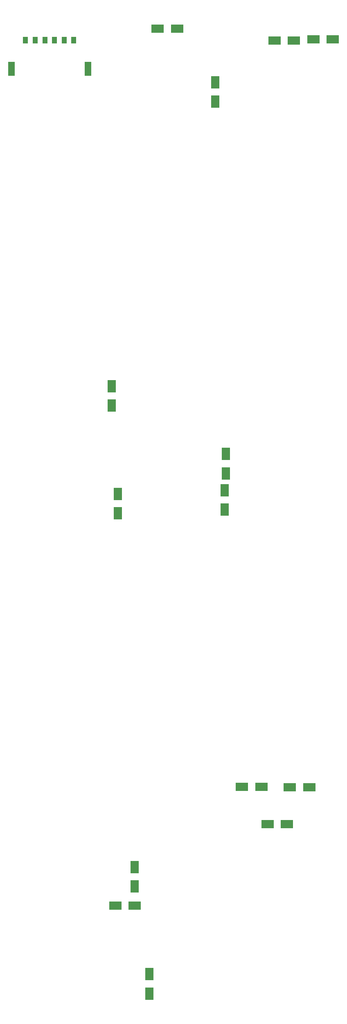
<source format=gtp>
%TF.GenerationSoftware,KiCad,Pcbnew,8.0.4*%
%TF.CreationDate,2025-03-26T23:32:02-07:00*%
%TF.ProjectId,Stationary_X_Panel,53746174-696f-46e6-9172-795f585f5061,1.5*%
%TF.SameCoordinates,Original*%
%TF.FileFunction,Paste,Top*%
%TF.FilePolarity,Positive*%
%FSLAX46Y46*%
G04 Gerber Fmt 4.6, Leading zero omitted, Abs format (unit mm)*
G04 Created by KiCad (PCBNEW 8.0.4) date 2025-03-26 23:32:02*
%MOMM*%
%LPD*%
G01*
G04 APERTURE LIST*
%ADD10R,1.700000X2.500000*%
%ADD11R,2.500000X1.700000*%
%ADD12R,1.100000X1.450000*%
%ADD13R,1.350000X2.900000*%
G04 APERTURE END LIST*
D10*
%TO.C,D14*%
X59165000Y-95595000D03*
X59165000Y-99595000D03*
%TD*%
%TO.C,D6*%
X66976000Y-221132000D03*
X66976000Y-217132000D03*
%TD*%
D11*
%TO.C,D4*%
X95415000Y-186095000D03*
X91415000Y-186095000D03*
%TD*%
%TO.C,D2*%
X72715000Y-21670000D03*
X68715000Y-21670000D03*
%TD*%
D10*
%TO.C,D3*%
X60505000Y-117825000D03*
X60505000Y-121825000D03*
%TD*%
D11*
%TO.C,D11*%
X90150000Y-178430000D03*
X86150000Y-178430000D03*
%TD*%
%TO.C,D5*%
X59980000Y-202930000D03*
X63980000Y-202930000D03*
%TD*%
D12*
%TO.C,J2*%
X41365000Y-24020000D03*
X43365000Y-24020000D03*
X45365000Y-24020000D03*
X47365000Y-24020000D03*
X49365000Y-24020000D03*
X51365000Y-24020000D03*
D13*
X38470000Y-29995000D03*
X54260000Y-29995000D03*
%TD*%
D10*
%TO.C,D1*%
X80600000Y-32790000D03*
X80600000Y-36790000D03*
%TD*%
%TO.C,D8*%
X82800000Y-109600000D03*
X82800000Y-113600000D03*
%TD*%
D11*
%TO.C,D13*%
X92915000Y-24095000D03*
X96915000Y-24095000D03*
%TD*%
D10*
%TO.C,D9*%
X82565000Y-117095000D03*
X82565000Y-121095000D03*
%TD*%
%TO.C,D12*%
X63950000Y-198970000D03*
X63950000Y-194970000D03*
%TD*%
D11*
%TO.C,D10*%
X100060000Y-178520000D03*
X96060000Y-178520000D03*
%TD*%
%TO.C,D7*%
X100915000Y-23845000D03*
X104915000Y-23845000D03*
%TD*%
M02*

</source>
